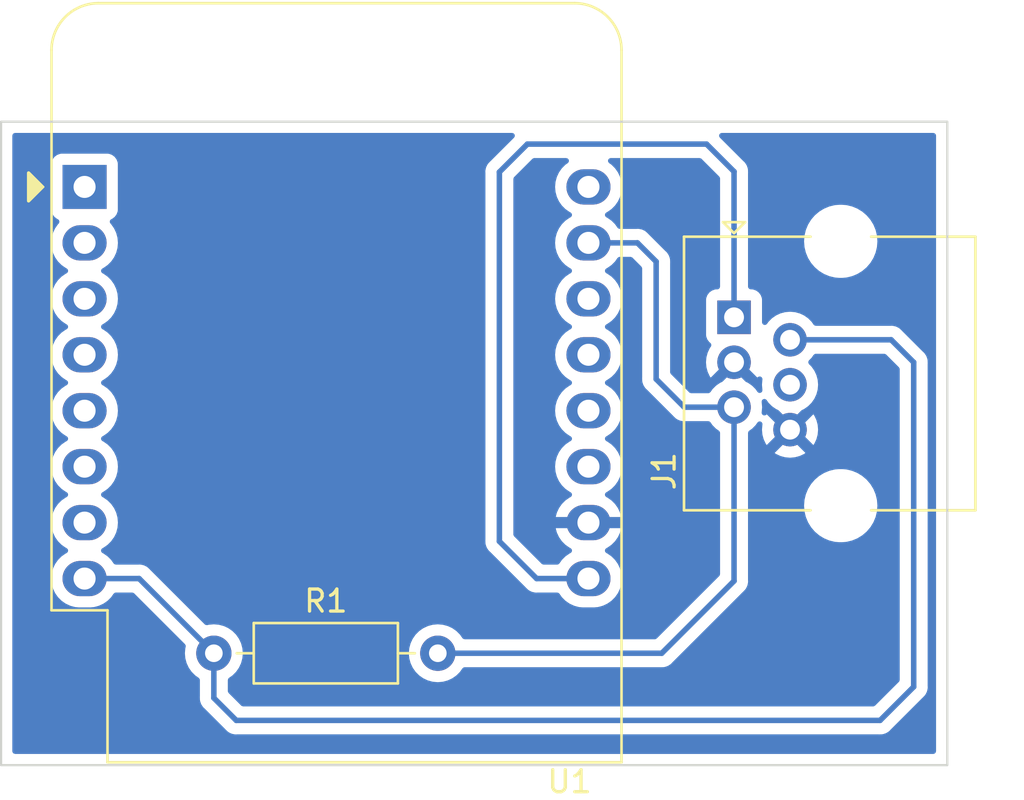
<source format=kicad_pcb>
(kicad_pcb (version 20211014) (generator pcbnew)
  (layers (0 "F.Cu" signal) (31 "B.Cu" signal) (34 "B.Paste" user) (35 "F.Paste" user) (36 "B.SilkS" user "B.Silkscreen") (37 "F.SilkS" user "F.Silkscreen") (38 "B.Mask" user) (39 "F.Mask" user) (44 "Edge.Cuts" user))
  (net 0 "")
  (net 1 "Net-(R1-Pad1)")
  (net 2 "Net-(R1-Pad2)")
  (net 10 "VCC")
  (net 11 "GND")
  (footprint "Module:WEMOS_D1_mini_light" (layer "F.Cu") (at 138.915 82.97)
    (fp_text reference "U1" (at 22 27) (layer "F.SilkS"))
    (fp_text value "WeMos_D1_mini")
    (fp_line (start -1.5 19.22) (end 1.04 19.22) (layer "F.SilkS") (width 0.12))
    (fp_line (start 1.04 26.12) (end 24.36 26.12) (layer "F.SilkS") (width 0.12))
    (fp_line (start -1.5 19.22) (end -1.5 -6.21) (layer "F.SilkS") (width 0.12))
    (fp_line (start 24.36 26.12) (end 24.36 -6.21) (layer "F.SilkS") (width 0.12))
    (fp_line (start 1.04 19.22) (end 1.04 26.12) (layer "F.SilkS") (width 0.12))
    (fp_line (start 22.24 -8.34) (end 0.63 -8.34) (layer "F.SilkS") (width 0.12))
    (fp_arc (start -1.5 -6.21) (mid -0.876137 -7.716137) (end 0.63 -8.34) (layer "F.SilkS") (width 0.12))
    (fp_arc (start 22.23 -8.34) (mid 23.736137 -7.716137) (end 24.36 -6.21) (layer "F.SilkS") (width 0.12))
    (fp_poly (pts (xy -2.54 -0.635) (xy -2.54 0.635) (xy -1.905 0)) (layer "F.SilkS") (width 0.15) (fill solid))
    (pad "1" thru_hole rect (at 0 0) (size 2 2) (drill 1) (layers *.Cu *.Mask))
    (pad "2" thru_hole oval (at 0 2.54) (size 2 1.6) (drill 1) (layers *.Cu *.Mask))
    (pad "3" thru_hole oval (at 0 5.08) (size 2 1.6) (drill 1) (layers *.Cu *.Mask))
    (pad "4" thru_hole oval (at 0 7.62) (size 2 1.6) (drill 1) (layers *.Cu *.Mask))
    (pad "5" thru_hole oval (at 0 10.16) (size 2 1.6) (drill 1) (layers *.Cu *.Mask))
    (pad "6" thru_hole oval (at 0 12.7) (size 2 1.6) (drill 1) (layers *.Cu *.Mask))
    (pad "7" thru_hole oval (at 0 15.24) (size 2 1.6) (drill 1) (layers *.Cu *.Mask))
    (pad "8" thru_hole oval (at 0 17.78) (size 2 1.6) (drill 1) (layers *.Cu *.Mask) (net 1 "Net-(R1-Pad1)"))
    (pad "9" thru_hole oval (at 22.86 17.78) (size 2 1.6) (drill 1) (layers *.Cu *.Mask) (net 10 "VCC"))
    (pad "10" thru_hole oval (at 22.86 15.24) (size 2 1.6) (drill 1) (layers *.Cu *.Mask) (net 11 "GND"))
    (pad "11" thru_hole oval (at 22.86 12.7) (size 2 1.6) (drill 1) (layers *.Cu *.Mask))
    (pad "12" thru_hole oval (at 22.86 10.16) (size 2 1.6) (drill 1) (layers *.Cu *.Mask))
    (pad "13" thru_hole oval (at 22.86 7.62) (size 2 1.6) (drill 1) (layers *.Cu *.Mask))
    (pad "14" thru_hole oval (at 22.86 5.08) (size 2 1.6) (drill 1) (layers *.Cu *.Mask))
    (pad "15" thru_hole oval (at 22.86 2.54) (size 2 1.6) (drill 1) (layers *.Cu *.Mask) (net 2 "Net-(R1-Pad2)"))
    (pad "16" thru_hole oval (at 22.86 0) (size 2 1.6) (drill 1) (layers *.Cu *.Mask))
  )
  (footprint "Resistor_THT:R_Axial_DIN0207_L6.3mm_D2.5mm_P10.16mm_Horizontal" (layer "F.Cu") (at 144.78 104.14)
    (fp_text reference "R1" (at 5.08 -2.37) (layer "F.SilkS"))
    (fp_text value "R")
    (fp_line (start 1.81 -1.37) (end 1.81 1.37) (layer "F.SilkS") (width 0.12))
    (fp_line (start 8.35 1.37) (end 8.35 -1.37) (layer "F.SilkS") (width 0.12))
    (fp_line (start 9.12 0) (end 8.35 0) (layer "F.SilkS") (width 0.12))
    (fp_line (start 8.35 -1.37) (end 1.81 -1.37) (layer "F.SilkS") (width 0.12))
    (fp_line (start 1.81 1.37) (end 8.35 1.37) (layer "F.SilkS") (width 0.12))
    (fp_line (start 1.04 0) (end 1.81 0) (layer "F.SilkS") (width 0.12))
    (pad "1" thru_hole circle (at 0 0) (size 1.6 1.6) (drill 0.8) (layers *.Cu *.Mask) (net 1 "Net-(R1-Pad1)"))
    (pad "2" thru_hole oval (at 10.16 0) (size 1.6 1.6) (drill 0.8) (layers *.Cu *.Mask) (net 2 "Net-(R1-Pad2)"))
  )
  (footprint "Connector_RJ:RJ25_Wayconn_MJEA-660X1_Horizontal" (layer "F.Cu") (at 168.38 88.89 90)
    (fp_text reference "J1" (at -6.985 -3.175 90) (layer "F.SilkS"))
    (fp_text value "RJ25")
    (fp_line (start 4.32 -0.5) (end 3.82 0) (layer "F.SilkS") (width 0.12))
    (fp_line (start 3.82 0) (end 4.32 0.5) (layer "F.SilkS") (width 0.12))
    (fp_line (start 3.66 -2.27) (end 3.66 3.47) (layer "F.SilkS") (width 0.12))
    (fp_line (start 4.32 -0.5) (end 4.32 0.5) (layer "F.SilkS") (width 0.12))
    (fp_line (start -8.76 6.22) (end -8.76 10.95) (layer "F.SilkS") (width 0.12))
    (fp_line (start -8.76 -2.27) (end -8.76 3.47) (layer "F.SilkS") (width 0.12))
    (fp_line (start -8.76 10.95) (end 3.66 10.95) (layer "F.SilkS") (width 0.12))
    (fp_line (start 3.66 6.22) (end 3.66 10.95) (layer "F.SilkS") (width 0.12))
    (fp_line (start -8.76 -2.27) (end 3.66 -2.27) (layer "F.SilkS") (width 0.12))
    (pad "" np_thru_hole circle (at -8.55 4.84 90) (size 2.3 2.3) (drill 2.3) (layers *.Cu *.Mask))
    (pad "" np_thru_hole circle (at 3.45 4.84 90) (size 2.3 2.3) (drill 2.3) (layers *.Cu *.Mask))
    (pad "1" thru_hole rect (at 0 0 90) (size 1.52 1.52) (drill 0.9) (layers *.Cu *.Mask) (net 10 "VCC"))
    (pad "2" thru_hole circle (at -1.02 2.54 90) (size 1.52 1.52) (drill 0.9) (layers *.Cu *.Mask) (net 1 "Net-(R1-Pad1)"))
    (pad "3" thru_hole circle (at -2.04 0 90) (size 1.52 1.52) (drill 0.9) (layers *.Cu *.Mask) (net 11 "GND"))
    (pad "4" thru_hole circle (at -3.06 2.54 90) (size 1.52 1.52) (drill 0.9) (layers *.Cu *.Mask))
    (pad "5" thru_hole circle (at -4.08 0 90) (size 1.52 1.52) (drill 0.9) (layers *.Cu *.Mask) (net 2 "Net-(R1-Pad2)"))
    (pad "6" thru_hole circle (at -5.1 2.54 90) (size 1.52 1.52) (drill 0.9) (layers *.Cu *.Mask) (net 11 "GND"))
  )
  (gr_poly (pts (xy 178.054 109.22) (xy 135.128 109.22) (xy 135.128 80.01) (xy 178.054 80.01)) (layer "Edge.Cuts") (width 0.1) (fill none))
  (segment (start 144.78 106.172) (end 144.78 104.14) (width 0.25) (layer "B.Cu") (net 1))
  (segment (start 170.92 89.91) (end 175.508 89.91) (width 0.25) (layer "B.Cu") (net 1))
  (segment (start 175.006 107.188) (end 145.796 107.188) (width 0.25) (layer "B.Cu") (net 1))
  (segment (start 176.53 105.664) (end 175.006 107.188) (width 0.25) (layer "B.Cu") (net 1))
  (segment (start 176.53 90.932) (end 176.53 105.664) (width 0.25) (layer "B.Cu") (net 1))
  (segment (start 145.796 107.188) (end 144.78 106.172) (width 0.25) (layer "B.Cu") (net 1))
  (segment (start 141.39 100.75) (end 144.78 104.14) (width 0.25) (layer "B.Cu") (net 1))
  (segment (start 175.508 89.91) (end 176.53 90.932) (width 0.25) (layer "B.Cu") (net 1))
  (segment (start 138.915 100.75) (end 141.39 100.75) (width 0.25) (layer "B.Cu") (net 1))
  (segment (start 164.846 86.36) (end 164.846 91.694) (width 0.25) (layer "B.Cu") (net 2))
  (segment (start 166.122 92.97) (end 168.38 92.97) (width 0.25) (layer "B.Cu") (net 2))
  (segment (start 165.1 104.14) (end 168.38 100.86) (width 0.25) (layer "B.Cu") (net 2))
  (segment (start 163.996 85.51) (end 164.846 86.36) (width 0.25) (layer "B.Cu") (net 2))
  (segment (start 161.775 85.51) (end 163.996 85.51) (width 0.25) (layer "B.Cu") (net 2))
  (segment (start 164.846 91.694) (end 166.122 92.97) (width 0.25) (layer "B.Cu") (net 2))
  (segment (start 154.94 104.14) (end 165.1 104.14) (width 0.25) (layer "B.Cu") (net 2))
  (segment (start 168.38 100.86) (end 168.38 92.97) (width 0.25) (layer "B.Cu") (net 2))
  (segment (start 168.38 88.89) (end 168.38 82.274) (width 0.25) (layer "B.Cu") (net 10))
  (segment (start 168.38 82.274) (end 167.132 81.026) (width 0.25) (layer "B.Cu") (net 10))
  (segment (start 167.132 81.026) (end 159.004 81.026) (width 0.25) (layer "B.Cu") (net 10))
  (segment (start 157.734 82.296) (end 157.734 99.06) (width 0.25) (layer "B.Cu") (net 10))
  (segment (start 159.004 81.026) (end 157.734 82.296) (width 0.25) (layer "B.Cu") (net 10))
  (segment (start 159.424 100.75) (end 161.775 100.75) (width 0.25) (layer "B.Cu") (net 10))
  (segment (start 157.734 99.06) (end 159.424 100.75) (width 0.25) (layer "B.Cu") (net 10))
  (zone (net 11) (net_name "GND") (layer "B.Cu") (connect_pads (clearance 0.508)) (min_thickness 0.254) (fill yes (thermal_gap 0.508) (thermal_bridge_width 0.508))
    (polygon (pts (xy 178.054 109.22) (xy 135.128 109.22) (xy 135.128 80.01) (xy 178.054 80.01)))
  )
)
</source>
